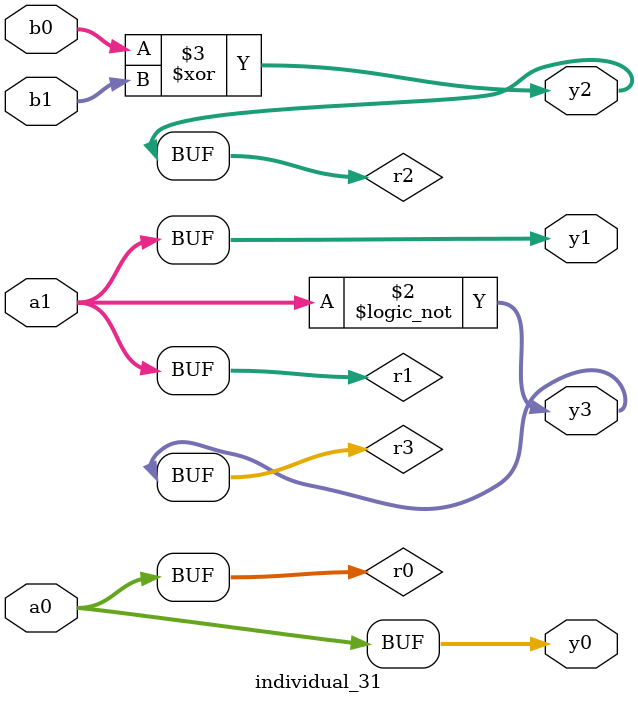
<source format=sv>
module individual_31(input logic [15:0] a1, input logic [15:0] a0, input logic [15:0] b1, input logic [15:0] b0, output logic [15:0] y3, output logic [15:0] y2, output logic [15:0] y1, output logic [15:0] y0);
logic [15:0] r0, r1, r2, r3; 
 always@(*) begin 
	 r0 = a0; r1 = a1; r2 = b0; r3 = b1; 
 	 r3 = ! r1 ;
 	 r2  ^=  b1 ;
 	 y3 = r3; y2 = r2; y1 = r1; y0 = r0; 
end
endmodule
</source>
